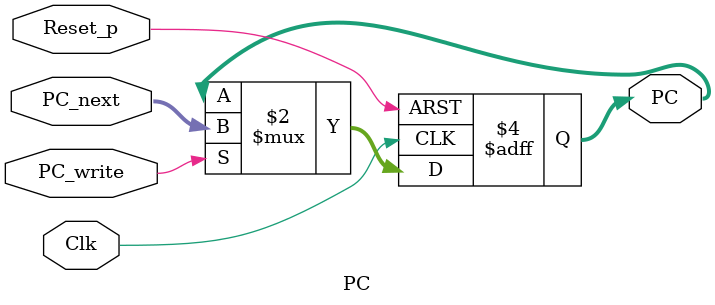
<source format=v>
module PC (
        Clk,
        Reset_p,
        PC_next,
        PC_write,
        PC
    );
    input Clk;
    input Reset_p;
    input [31:0]PC_next;
    input PC_write;

    output reg [31:0]PC;

    always @(posedge Clk or posedge Reset_p) begin
        if (Reset_p)
            PC<=32'h0000_0000;
        else if(PC_write)
            PC<=PC_next;
    end
endmodule

</source>
